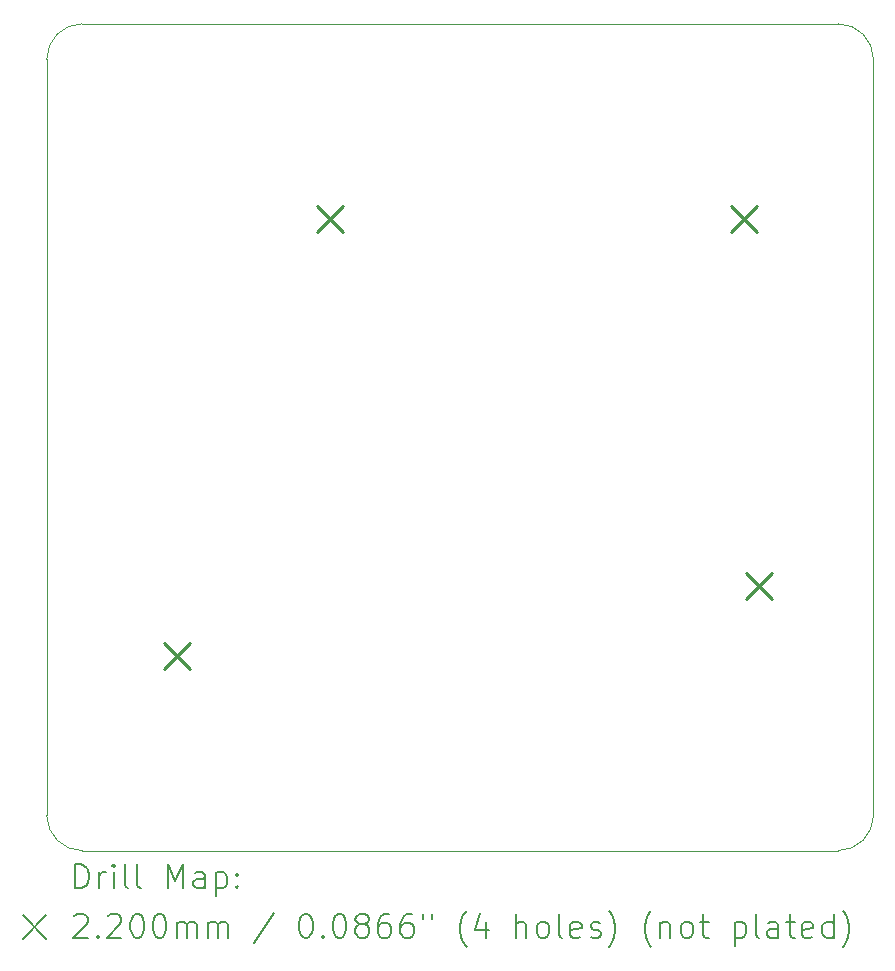
<source format=gbr>
%TF.GenerationSoftware,KiCad,Pcbnew,7.0.1*%
%TF.CreationDate,2023-07-03T18:39:09+02:00*%
%TF.ProjectId,orion_pcb,6f72696f-6e5f-4706-9362-2e6b69636164,4*%
%TF.SameCoordinates,Original*%
%TF.FileFunction,Drillmap*%
%TF.FilePolarity,Positive*%
%FSLAX45Y45*%
G04 Gerber Fmt 4.5, Leading zero omitted, Abs format (unit mm)*
G04 Created by KiCad (PCBNEW 7.0.1) date 2023-07-03 18:39:09*
%MOMM*%
%LPD*%
G01*
G04 APERTURE LIST*
%ADD10C,0.100000*%
%ADD11C,0.200000*%
%ADD12C,0.220000*%
G04 APERTURE END LIST*
D10*
X11500000Y-6800000D02*
X11500000Y-13200000D01*
X18500000Y-6800000D02*
G75*
G03*
X18200000Y-6500000I-300000J0D01*
G01*
X11800000Y-13500000D02*
X18200000Y-13500000D01*
X18500000Y-13200000D02*
X18500000Y-6800000D01*
X11800000Y-6500000D02*
G75*
G03*
X11500000Y-6800000I0J-300000D01*
G01*
X11500000Y-13200000D02*
G75*
G03*
X11800000Y-13500000I300000J0D01*
G01*
X18200000Y-6500000D02*
X11800000Y-6500000D01*
X18200000Y-13500000D02*
G75*
G03*
X18500000Y-13200000I0J300000D01*
G01*
D11*
D12*
X12490000Y-11740000D02*
X12710000Y-11960000D01*
X12710000Y-11740000D02*
X12490000Y-11960000D01*
X13790000Y-8040000D02*
X14010000Y-8260000D01*
X14010000Y-8040000D02*
X13790000Y-8260000D01*
X17290000Y-8040000D02*
X17510000Y-8260000D01*
X17510000Y-8040000D02*
X17290000Y-8260000D01*
X17420000Y-11150000D02*
X17640000Y-11370000D01*
X17640000Y-11150000D02*
X17420000Y-11370000D01*
D11*
X11742619Y-13817524D02*
X11742619Y-13617524D01*
X11742619Y-13617524D02*
X11790238Y-13617524D01*
X11790238Y-13617524D02*
X11818809Y-13627048D01*
X11818809Y-13627048D02*
X11837857Y-13646095D01*
X11837857Y-13646095D02*
X11847381Y-13665143D01*
X11847381Y-13665143D02*
X11856905Y-13703238D01*
X11856905Y-13703238D02*
X11856905Y-13731809D01*
X11856905Y-13731809D02*
X11847381Y-13769905D01*
X11847381Y-13769905D02*
X11837857Y-13788952D01*
X11837857Y-13788952D02*
X11818809Y-13808000D01*
X11818809Y-13808000D02*
X11790238Y-13817524D01*
X11790238Y-13817524D02*
X11742619Y-13817524D01*
X11942619Y-13817524D02*
X11942619Y-13684190D01*
X11942619Y-13722286D02*
X11952143Y-13703238D01*
X11952143Y-13703238D02*
X11961667Y-13693714D01*
X11961667Y-13693714D02*
X11980714Y-13684190D01*
X11980714Y-13684190D02*
X11999762Y-13684190D01*
X12066428Y-13817524D02*
X12066428Y-13684190D01*
X12066428Y-13617524D02*
X12056905Y-13627048D01*
X12056905Y-13627048D02*
X12066428Y-13636571D01*
X12066428Y-13636571D02*
X12075952Y-13627048D01*
X12075952Y-13627048D02*
X12066428Y-13617524D01*
X12066428Y-13617524D02*
X12066428Y-13636571D01*
X12190238Y-13817524D02*
X12171190Y-13808000D01*
X12171190Y-13808000D02*
X12161667Y-13788952D01*
X12161667Y-13788952D02*
X12161667Y-13617524D01*
X12295000Y-13817524D02*
X12275952Y-13808000D01*
X12275952Y-13808000D02*
X12266428Y-13788952D01*
X12266428Y-13788952D02*
X12266428Y-13617524D01*
X12523571Y-13817524D02*
X12523571Y-13617524D01*
X12523571Y-13617524D02*
X12590238Y-13760381D01*
X12590238Y-13760381D02*
X12656905Y-13617524D01*
X12656905Y-13617524D02*
X12656905Y-13817524D01*
X12837857Y-13817524D02*
X12837857Y-13712762D01*
X12837857Y-13712762D02*
X12828333Y-13693714D01*
X12828333Y-13693714D02*
X12809286Y-13684190D01*
X12809286Y-13684190D02*
X12771190Y-13684190D01*
X12771190Y-13684190D02*
X12752143Y-13693714D01*
X12837857Y-13808000D02*
X12818809Y-13817524D01*
X12818809Y-13817524D02*
X12771190Y-13817524D01*
X12771190Y-13817524D02*
X12752143Y-13808000D01*
X12752143Y-13808000D02*
X12742619Y-13788952D01*
X12742619Y-13788952D02*
X12742619Y-13769905D01*
X12742619Y-13769905D02*
X12752143Y-13750857D01*
X12752143Y-13750857D02*
X12771190Y-13741333D01*
X12771190Y-13741333D02*
X12818809Y-13741333D01*
X12818809Y-13741333D02*
X12837857Y-13731809D01*
X12933095Y-13684190D02*
X12933095Y-13884190D01*
X12933095Y-13693714D02*
X12952143Y-13684190D01*
X12952143Y-13684190D02*
X12990238Y-13684190D01*
X12990238Y-13684190D02*
X13009286Y-13693714D01*
X13009286Y-13693714D02*
X13018809Y-13703238D01*
X13018809Y-13703238D02*
X13028333Y-13722286D01*
X13028333Y-13722286D02*
X13028333Y-13779428D01*
X13028333Y-13779428D02*
X13018809Y-13798476D01*
X13018809Y-13798476D02*
X13009286Y-13808000D01*
X13009286Y-13808000D02*
X12990238Y-13817524D01*
X12990238Y-13817524D02*
X12952143Y-13817524D01*
X12952143Y-13817524D02*
X12933095Y-13808000D01*
X13114048Y-13798476D02*
X13123571Y-13808000D01*
X13123571Y-13808000D02*
X13114048Y-13817524D01*
X13114048Y-13817524D02*
X13104524Y-13808000D01*
X13104524Y-13808000D02*
X13114048Y-13798476D01*
X13114048Y-13798476D02*
X13114048Y-13817524D01*
X13114048Y-13693714D02*
X13123571Y-13703238D01*
X13123571Y-13703238D02*
X13114048Y-13712762D01*
X13114048Y-13712762D02*
X13104524Y-13703238D01*
X13104524Y-13703238D02*
X13114048Y-13693714D01*
X13114048Y-13693714D02*
X13114048Y-13712762D01*
X11295000Y-14045000D02*
X11495000Y-14245000D01*
X11495000Y-14045000D02*
X11295000Y-14245000D01*
X11733095Y-14056571D02*
X11742619Y-14047048D01*
X11742619Y-14047048D02*
X11761667Y-14037524D01*
X11761667Y-14037524D02*
X11809286Y-14037524D01*
X11809286Y-14037524D02*
X11828333Y-14047048D01*
X11828333Y-14047048D02*
X11837857Y-14056571D01*
X11837857Y-14056571D02*
X11847381Y-14075619D01*
X11847381Y-14075619D02*
X11847381Y-14094667D01*
X11847381Y-14094667D02*
X11837857Y-14123238D01*
X11837857Y-14123238D02*
X11723571Y-14237524D01*
X11723571Y-14237524D02*
X11847381Y-14237524D01*
X11933095Y-14218476D02*
X11942619Y-14228000D01*
X11942619Y-14228000D02*
X11933095Y-14237524D01*
X11933095Y-14237524D02*
X11923571Y-14228000D01*
X11923571Y-14228000D02*
X11933095Y-14218476D01*
X11933095Y-14218476D02*
X11933095Y-14237524D01*
X12018809Y-14056571D02*
X12028333Y-14047048D01*
X12028333Y-14047048D02*
X12047381Y-14037524D01*
X12047381Y-14037524D02*
X12095000Y-14037524D01*
X12095000Y-14037524D02*
X12114048Y-14047048D01*
X12114048Y-14047048D02*
X12123571Y-14056571D01*
X12123571Y-14056571D02*
X12133095Y-14075619D01*
X12133095Y-14075619D02*
X12133095Y-14094667D01*
X12133095Y-14094667D02*
X12123571Y-14123238D01*
X12123571Y-14123238D02*
X12009286Y-14237524D01*
X12009286Y-14237524D02*
X12133095Y-14237524D01*
X12256905Y-14037524D02*
X12275952Y-14037524D01*
X12275952Y-14037524D02*
X12295000Y-14047048D01*
X12295000Y-14047048D02*
X12304524Y-14056571D01*
X12304524Y-14056571D02*
X12314048Y-14075619D01*
X12314048Y-14075619D02*
X12323571Y-14113714D01*
X12323571Y-14113714D02*
X12323571Y-14161333D01*
X12323571Y-14161333D02*
X12314048Y-14199428D01*
X12314048Y-14199428D02*
X12304524Y-14218476D01*
X12304524Y-14218476D02*
X12295000Y-14228000D01*
X12295000Y-14228000D02*
X12275952Y-14237524D01*
X12275952Y-14237524D02*
X12256905Y-14237524D01*
X12256905Y-14237524D02*
X12237857Y-14228000D01*
X12237857Y-14228000D02*
X12228333Y-14218476D01*
X12228333Y-14218476D02*
X12218809Y-14199428D01*
X12218809Y-14199428D02*
X12209286Y-14161333D01*
X12209286Y-14161333D02*
X12209286Y-14113714D01*
X12209286Y-14113714D02*
X12218809Y-14075619D01*
X12218809Y-14075619D02*
X12228333Y-14056571D01*
X12228333Y-14056571D02*
X12237857Y-14047048D01*
X12237857Y-14047048D02*
X12256905Y-14037524D01*
X12447381Y-14037524D02*
X12466429Y-14037524D01*
X12466429Y-14037524D02*
X12485476Y-14047048D01*
X12485476Y-14047048D02*
X12495000Y-14056571D01*
X12495000Y-14056571D02*
X12504524Y-14075619D01*
X12504524Y-14075619D02*
X12514048Y-14113714D01*
X12514048Y-14113714D02*
X12514048Y-14161333D01*
X12514048Y-14161333D02*
X12504524Y-14199428D01*
X12504524Y-14199428D02*
X12495000Y-14218476D01*
X12495000Y-14218476D02*
X12485476Y-14228000D01*
X12485476Y-14228000D02*
X12466429Y-14237524D01*
X12466429Y-14237524D02*
X12447381Y-14237524D01*
X12447381Y-14237524D02*
X12428333Y-14228000D01*
X12428333Y-14228000D02*
X12418809Y-14218476D01*
X12418809Y-14218476D02*
X12409286Y-14199428D01*
X12409286Y-14199428D02*
X12399762Y-14161333D01*
X12399762Y-14161333D02*
X12399762Y-14113714D01*
X12399762Y-14113714D02*
X12409286Y-14075619D01*
X12409286Y-14075619D02*
X12418809Y-14056571D01*
X12418809Y-14056571D02*
X12428333Y-14047048D01*
X12428333Y-14047048D02*
X12447381Y-14037524D01*
X12599762Y-14237524D02*
X12599762Y-14104190D01*
X12599762Y-14123238D02*
X12609286Y-14113714D01*
X12609286Y-14113714D02*
X12628333Y-14104190D01*
X12628333Y-14104190D02*
X12656905Y-14104190D01*
X12656905Y-14104190D02*
X12675952Y-14113714D01*
X12675952Y-14113714D02*
X12685476Y-14132762D01*
X12685476Y-14132762D02*
X12685476Y-14237524D01*
X12685476Y-14132762D02*
X12695000Y-14113714D01*
X12695000Y-14113714D02*
X12714048Y-14104190D01*
X12714048Y-14104190D02*
X12742619Y-14104190D01*
X12742619Y-14104190D02*
X12761667Y-14113714D01*
X12761667Y-14113714D02*
X12771190Y-14132762D01*
X12771190Y-14132762D02*
X12771190Y-14237524D01*
X12866429Y-14237524D02*
X12866429Y-14104190D01*
X12866429Y-14123238D02*
X12875952Y-14113714D01*
X12875952Y-14113714D02*
X12895000Y-14104190D01*
X12895000Y-14104190D02*
X12923571Y-14104190D01*
X12923571Y-14104190D02*
X12942619Y-14113714D01*
X12942619Y-14113714D02*
X12952143Y-14132762D01*
X12952143Y-14132762D02*
X12952143Y-14237524D01*
X12952143Y-14132762D02*
X12961667Y-14113714D01*
X12961667Y-14113714D02*
X12980714Y-14104190D01*
X12980714Y-14104190D02*
X13009286Y-14104190D01*
X13009286Y-14104190D02*
X13028333Y-14113714D01*
X13028333Y-14113714D02*
X13037857Y-14132762D01*
X13037857Y-14132762D02*
X13037857Y-14237524D01*
X13428333Y-14028000D02*
X13256905Y-14285143D01*
X13685476Y-14037524D02*
X13704524Y-14037524D01*
X13704524Y-14037524D02*
X13723572Y-14047048D01*
X13723572Y-14047048D02*
X13733095Y-14056571D01*
X13733095Y-14056571D02*
X13742619Y-14075619D01*
X13742619Y-14075619D02*
X13752143Y-14113714D01*
X13752143Y-14113714D02*
X13752143Y-14161333D01*
X13752143Y-14161333D02*
X13742619Y-14199428D01*
X13742619Y-14199428D02*
X13733095Y-14218476D01*
X13733095Y-14218476D02*
X13723572Y-14228000D01*
X13723572Y-14228000D02*
X13704524Y-14237524D01*
X13704524Y-14237524D02*
X13685476Y-14237524D01*
X13685476Y-14237524D02*
X13666429Y-14228000D01*
X13666429Y-14228000D02*
X13656905Y-14218476D01*
X13656905Y-14218476D02*
X13647381Y-14199428D01*
X13647381Y-14199428D02*
X13637857Y-14161333D01*
X13637857Y-14161333D02*
X13637857Y-14113714D01*
X13637857Y-14113714D02*
X13647381Y-14075619D01*
X13647381Y-14075619D02*
X13656905Y-14056571D01*
X13656905Y-14056571D02*
X13666429Y-14047048D01*
X13666429Y-14047048D02*
X13685476Y-14037524D01*
X13837857Y-14218476D02*
X13847381Y-14228000D01*
X13847381Y-14228000D02*
X13837857Y-14237524D01*
X13837857Y-14237524D02*
X13828333Y-14228000D01*
X13828333Y-14228000D02*
X13837857Y-14218476D01*
X13837857Y-14218476D02*
X13837857Y-14237524D01*
X13971191Y-14037524D02*
X13990238Y-14037524D01*
X13990238Y-14037524D02*
X14009286Y-14047048D01*
X14009286Y-14047048D02*
X14018810Y-14056571D01*
X14018810Y-14056571D02*
X14028333Y-14075619D01*
X14028333Y-14075619D02*
X14037857Y-14113714D01*
X14037857Y-14113714D02*
X14037857Y-14161333D01*
X14037857Y-14161333D02*
X14028333Y-14199428D01*
X14028333Y-14199428D02*
X14018810Y-14218476D01*
X14018810Y-14218476D02*
X14009286Y-14228000D01*
X14009286Y-14228000D02*
X13990238Y-14237524D01*
X13990238Y-14237524D02*
X13971191Y-14237524D01*
X13971191Y-14237524D02*
X13952143Y-14228000D01*
X13952143Y-14228000D02*
X13942619Y-14218476D01*
X13942619Y-14218476D02*
X13933095Y-14199428D01*
X13933095Y-14199428D02*
X13923572Y-14161333D01*
X13923572Y-14161333D02*
X13923572Y-14113714D01*
X13923572Y-14113714D02*
X13933095Y-14075619D01*
X13933095Y-14075619D02*
X13942619Y-14056571D01*
X13942619Y-14056571D02*
X13952143Y-14047048D01*
X13952143Y-14047048D02*
X13971191Y-14037524D01*
X14152143Y-14123238D02*
X14133095Y-14113714D01*
X14133095Y-14113714D02*
X14123572Y-14104190D01*
X14123572Y-14104190D02*
X14114048Y-14085143D01*
X14114048Y-14085143D02*
X14114048Y-14075619D01*
X14114048Y-14075619D02*
X14123572Y-14056571D01*
X14123572Y-14056571D02*
X14133095Y-14047048D01*
X14133095Y-14047048D02*
X14152143Y-14037524D01*
X14152143Y-14037524D02*
X14190238Y-14037524D01*
X14190238Y-14037524D02*
X14209286Y-14047048D01*
X14209286Y-14047048D02*
X14218810Y-14056571D01*
X14218810Y-14056571D02*
X14228333Y-14075619D01*
X14228333Y-14075619D02*
X14228333Y-14085143D01*
X14228333Y-14085143D02*
X14218810Y-14104190D01*
X14218810Y-14104190D02*
X14209286Y-14113714D01*
X14209286Y-14113714D02*
X14190238Y-14123238D01*
X14190238Y-14123238D02*
X14152143Y-14123238D01*
X14152143Y-14123238D02*
X14133095Y-14132762D01*
X14133095Y-14132762D02*
X14123572Y-14142286D01*
X14123572Y-14142286D02*
X14114048Y-14161333D01*
X14114048Y-14161333D02*
X14114048Y-14199428D01*
X14114048Y-14199428D02*
X14123572Y-14218476D01*
X14123572Y-14218476D02*
X14133095Y-14228000D01*
X14133095Y-14228000D02*
X14152143Y-14237524D01*
X14152143Y-14237524D02*
X14190238Y-14237524D01*
X14190238Y-14237524D02*
X14209286Y-14228000D01*
X14209286Y-14228000D02*
X14218810Y-14218476D01*
X14218810Y-14218476D02*
X14228333Y-14199428D01*
X14228333Y-14199428D02*
X14228333Y-14161333D01*
X14228333Y-14161333D02*
X14218810Y-14142286D01*
X14218810Y-14142286D02*
X14209286Y-14132762D01*
X14209286Y-14132762D02*
X14190238Y-14123238D01*
X14399762Y-14037524D02*
X14361667Y-14037524D01*
X14361667Y-14037524D02*
X14342619Y-14047048D01*
X14342619Y-14047048D02*
X14333095Y-14056571D01*
X14333095Y-14056571D02*
X14314048Y-14085143D01*
X14314048Y-14085143D02*
X14304524Y-14123238D01*
X14304524Y-14123238D02*
X14304524Y-14199428D01*
X14304524Y-14199428D02*
X14314048Y-14218476D01*
X14314048Y-14218476D02*
X14323572Y-14228000D01*
X14323572Y-14228000D02*
X14342619Y-14237524D01*
X14342619Y-14237524D02*
X14380714Y-14237524D01*
X14380714Y-14237524D02*
X14399762Y-14228000D01*
X14399762Y-14228000D02*
X14409286Y-14218476D01*
X14409286Y-14218476D02*
X14418810Y-14199428D01*
X14418810Y-14199428D02*
X14418810Y-14151809D01*
X14418810Y-14151809D02*
X14409286Y-14132762D01*
X14409286Y-14132762D02*
X14399762Y-14123238D01*
X14399762Y-14123238D02*
X14380714Y-14113714D01*
X14380714Y-14113714D02*
X14342619Y-14113714D01*
X14342619Y-14113714D02*
X14323572Y-14123238D01*
X14323572Y-14123238D02*
X14314048Y-14132762D01*
X14314048Y-14132762D02*
X14304524Y-14151809D01*
X14590238Y-14037524D02*
X14552143Y-14037524D01*
X14552143Y-14037524D02*
X14533095Y-14047048D01*
X14533095Y-14047048D02*
X14523572Y-14056571D01*
X14523572Y-14056571D02*
X14504524Y-14085143D01*
X14504524Y-14085143D02*
X14495000Y-14123238D01*
X14495000Y-14123238D02*
X14495000Y-14199428D01*
X14495000Y-14199428D02*
X14504524Y-14218476D01*
X14504524Y-14218476D02*
X14514048Y-14228000D01*
X14514048Y-14228000D02*
X14533095Y-14237524D01*
X14533095Y-14237524D02*
X14571191Y-14237524D01*
X14571191Y-14237524D02*
X14590238Y-14228000D01*
X14590238Y-14228000D02*
X14599762Y-14218476D01*
X14599762Y-14218476D02*
X14609286Y-14199428D01*
X14609286Y-14199428D02*
X14609286Y-14151809D01*
X14609286Y-14151809D02*
X14599762Y-14132762D01*
X14599762Y-14132762D02*
X14590238Y-14123238D01*
X14590238Y-14123238D02*
X14571191Y-14113714D01*
X14571191Y-14113714D02*
X14533095Y-14113714D01*
X14533095Y-14113714D02*
X14514048Y-14123238D01*
X14514048Y-14123238D02*
X14504524Y-14132762D01*
X14504524Y-14132762D02*
X14495000Y-14151809D01*
X14685476Y-14037524D02*
X14685476Y-14075619D01*
X14761667Y-14037524D02*
X14761667Y-14075619D01*
X15056905Y-14313714D02*
X15047381Y-14304190D01*
X15047381Y-14304190D02*
X15028334Y-14275619D01*
X15028334Y-14275619D02*
X15018810Y-14256571D01*
X15018810Y-14256571D02*
X15009286Y-14228000D01*
X15009286Y-14228000D02*
X14999762Y-14180381D01*
X14999762Y-14180381D02*
X14999762Y-14142286D01*
X14999762Y-14142286D02*
X15009286Y-14094667D01*
X15009286Y-14094667D02*
X15018810Y-14066095D01*
X15018810Y-14066095D02*
X15028334Y-14047048D01*
X15028334Y-14047048D02*
X15047381Y-14018476D01*
X15047381Y-14018476D02*
X15056905Y-14008952D01*
X15218810Y-14104190D02*
X15218810Y-14237524D01*
X15171191Y-14028000D02*
X15123572Y-14170857D01*
X15123572Y-14170857D02*
X15247381Y-14170857D01*
X15475953Y-14237524D02*
X15475953Y-14037524D01*
X15561667Y-14237524D02*
X15561667Y-14132762D01*
X15561667Y-14132762D02*
X15552143Y-14113714D01*
X15552143Y-14113714D02*
X15533096Y-14104190D01*
X15533096Y-14104190D02*
X15504524Y-14104190D01*
X15504524Y-14104190D02*
X15485476Y-14113714D01*
X15485476Y-14113714D02*
X15475953Y-14123238D01*
X15685476Y-14237524D02*
X15666429Y-14228000D01*
X15666429Y-14228000D02*
X15656905Y-14218476D01*
X15656905Y-14218476D02*
X15647381Y-14199428D01*
X15647381Y-14199428D02*
X15647381Y-14142286D01*
X15647381Y-14142286D02*
X15656905Y-14123238D01*
X15656905Y-14123238D02*
X15666429Y-14113714D01*
X15666429Y-14113714D02*
X15685476Y-14104190D01*
X15685476Y-14104190D02*
X15714048Y-14104190D01*
X15714048Y-14104190D02*
X15733096Y-14113714D01*
X15733096Y-14113714D02*
X15742619Y-14123238D01*
X15742619Y-14123238D02*
X15752143Y-14142286D01*
X15752143Y-14142286D02*
X15752143Y-14199428D01*
X15752143Y-14199428D02*
X15742619Y-14218476D01*
X15742619Y-14218476D02*
X15733096Y-14228000D01*
X15733096Y-14228000D02*
X15714048Y-14237524D01*
X15714048Y-14237524D02*
X15685476Y-14237524D01*
X15866429Y-14237524D02*
X15847381Y-14228000D01*
X15847381Y-14228000D02*
X15837857Y-14208952D01*
X15837857Y-14208952D02*
X15837857Y-14037524D01*
X16018810Y-14228000D02*
X15999762Y-14237524D01*
X15999762Y-14237524D02*
X15961667Y-14237524D01*
X15961667Y-14237524D02*
X15942619Y-14228000D01*
X15942619Y-14228000D02*
X15933096Y-14208952D01*
X15933096Y-14208952D02*
X15933096Y-14132762D01*
X15933096Y-14132762D02*
X15942619Y-14113714D01*
X15942619Y-14113714D02*
X15961667Y-14104190D01*
X15961667Y-14104190D02*
X15999762Y-14104190D01*
X15999762Y-14104190D02*
X16018810Y-14113714D01*
X16018810Y-14113714D02*
X16028334Y-14132762D01*
X16028334Y-14132762D02*
X16028334Y-14151809D01*
X16028334Y-14151809D02*
X15933096Y-14170857D01*
X16104524Y-14228000D02*
X16123572Y-14237524D01*
X16123572Y-14237524D02*
X16161667Y-14237524D01*
X16161667Y-14237524D02*
X16180715Y-14228000D01*
X16180715Y-14228000D02*
X16190238Y-14208952D01*
X16190238Y-14208952D02*
X16190238Y-14199428D01*
X16190238Y-14199428D02*
X16180715Y-14180381D01*
X16180715Y-14180381D02*
X16161667Y-14170857D01*
X16161667Y-14170857D02*
X16133096Y-14170857D01*
X16133096Y-14170857D02*
X16114048Y-14161333D01*
X16114048Y-14161333D02*
X16104524Y-14142286D01*
X16104524Y-14142286D02*
X16104524Y-14132762D01*
X16104524Y-14132762D02*
X16114048Y-14113714D01*
X16114048Y-14113714D02*
X16133096Y-14104190D01*
X16133096Y-14104190D02*
X16161667Y-14104190D01*
X16161667Y-14104190D02*
X16180715Y-14113714D01*
X16256905Y-14313714D02*
X16266429Y-14304190D01*
X16266429Y-14304190D02*
X16285477Y-14275619D01*
X16285477Y-14275619D02*
X16295000Y-14256571D01*
X16295000Y-14256571D02*
X16304524Y-14228000D01*
X16304524Y-14228000D02*
X16314048Y-14180381D01*
X16314048Y-14180381D02*
X16314048Y-14142286D01*
X16314048Y-14142286D02*
X16304524Y-14094667D01*
X16304524Y-14094667D02*
X16295000Y-14066095D01*
X16295000Y-14066095D02*
X16285477Y-14047048D01*
X16285477Y-14047048D02*
X16266429Y-14018476D01*
X16266429Y-14018476D02*
X16256905Y-14008952D01*
X16618810Y-14313714D02*
X16609286Y-14304190D01*
X16609286Y-14304190D02*
X16590238Y-14275619D01*
X16590238Y-14275619D02*
X16580715Y-14256571D01*
X16580715Y-14256571D02*
X16571191Y-14228000D01*
X16571191Y-14228000D02*
X16561667Y-14180381D01*
X16561667Y-14180381D02*
X16561667Y-14142286D01*
X16561667Y-14142286D02*
X16571191Y-14094667D01*
X16571191Y-14094667D02*
X16580715Y-14066095D01*
X16580715Y-14066095D02*
X16590238Y-14047048D01*
X16590238Y-14047048D02*
X16609286Y-14018476D01*
X16609286Y-14018476D02*
X16618810Y-14008952D01*
X16695000Y-14104190D02*
X16695000Y-14237524D01*
X16695000Y-14123238D02*
X16704524Y-14113714D01*
X16704524Y-14113714D02*
X16723572Y-14104190D01*
X16723572Y-14104190D02*
X16752143Y-14104190D01*
X16752143Y-14104190D02*
X16771191Y-14113714D01*
X16771191Y-14113714D02*
X16780715Y-14132762D01*
X16780715Y-14132762D02*
X16780715Y-14237524D01*
X16904524Y-14237524D02*
X16885477Y-14228000D01*
X16885477Y-14228000D02*
X16875953Y-14218476D01*
X16875953Y-14218476D02*
X16866429Y-14199428D01*
X16866429Y-14199428D02*
X16866429Y-14142286D01*
X16866429Y-14142286D02*
X16875953Y-14123238D01*
X16875953Y-14123238D02*
X16885477Y-14113714D01*
X16885477Y-14113714D02*
X16904524Y-14104190D01*
X16904524Y-14104190D02*
X16933096Y-14104190D01*
X16933096Y-14104190D02*
X16952143Y-14113714D01*
X16952143Y-14113714D02*
X16961667Y-14123238D01*
X16961667Y-14123238D02*
X16971191Y-14142286D01*
X16971191Y-14142286D02*
X16971191Y-14199428D01*
X16971191Y-14199428D02*
X16961667Y-14218476D01*
X16961667Y-14218476D02*
X16952143Y-14228000D01*
X16952143Y-14228000D02*
X16933096Y-14237524D01*
X16933096Y-14237524D02*
X16904524Y-14237524D01*
X17028334Y-14104190D02*
X17104524Y-14104190D01*
X17056905Y-14037524D02*
X17056905Y-14208952D01*
X17056905Y-14208952D02*
X17066429Y-14228000D01*
X17066429Y-14228000D02*
X17085477Y-14237524D01*
X17085477Y-14237524D02*
X17104524Y-14237524D01*
X17323572Y-14104190D02*
X17323572Y-14304190D01*
X17323572Y-14113714D02*
X17342620Y-14104190D01*
X17342620Y-14104190D02*
X17380715Y-14104190D01*
X17380715Y-14104190D02*
X17399762Y-14113714D01*
X17399762Y-14113714D02*
X17409286Y-14123238D01*
X17409286Y-14123238D02*
X17418810Y-14142286D01*
X17418810Y-14142286D02*
X17418810Y-14199428D01*
X17418810Y-14199428D02*
X17409286Y-14218476D01*
X17409286Y-14218476D02*
X17399762Y-14228000D01*
X17399762Y-14228000D02*
X17380715Y-14237524D01*
X17380715Y-14237524D02*
X17342620Y-14237524D01*
X17342620Y-14237524D02*
X17323572Y-14228000D01*
X17533096Y-14237524D02*
X17514048Y-14228000D01*
X17514048Y-14228000D02*
X17504524Y-14208952D01*
X17504524Y-14208952D02*
X17504524Y-14037524D01*
X17695001Y-14237524D02*
X17695001Y-14132762D01*
X17695001Y-14132762D02*
X17685477Y-14113714D01*
X17685477Y-14113714D02*
X17666429Y-14104190D01*
X17666429Y-14104190D02*
X17628334Y-14104190D01*
X17628334Y-14104190D02*
X17609286Y-14113714D01*
X17695001Y-14228000D02*
X17675953Y-14237524D01*
X17675953Y-14237524D02*
X17628334Y-14237524D01*
X17628334Y-14237524D02*
X17609286Y-14228000D01*
X17609286Y-14228000D02*
X17599762Y-14208952D01*
X17599762Y-14208952D02*
X17599762Y-14189905D01*
X17599762Y-14189905D02*
X17609286Y-14170857D01*
X17609286Y-14170857D02*
X17628334Y-14161333D01*
X17628334Y-14161333D02*
X17675953Y-14161333D01*
X17675953Y-14161333D02*
X17695001Y-14151809D01*
X17761667Y-14104190D02*
X17837858Y-14104190D01*
X17790239Y-14037524D02*
X17790239Y-14208952D01*
X17790239Y-14208952D02*
X17799762Y-14228000D01*
X17799762Y-14228000D02*
X17818810Y-14237524D01*
X17818810Y-14237524D02*
X17837858Y-14237524D01*
X17980715Y-14228000D02*
X17961667Y-14237524D01*
X17961667Y-14237524D02*
X17923572Y-14237524D01*
X17923572Y-14237524D02*
X17904524Y-14228000D01*
X17904524Y-14228000D02*
X17895001Y-14208952D01*
X17895001Y-14208952D02*
X17895001Y-14132762D01*
X17895001Y-14132762D02*
X17904524Y-14113714D01*
X17904524Y-14113714D02*
X17923572Y-14104190D01*
X17923572Y-14104190D02*
X17961667Y-14104190D01*
X17961667Y-14104190D02*
X17980715Y-14113714D01*
X17980715Y-14113714D02*
X17990239Y-14132762D01*
X17990239Y-14132762D02*
X17990239Y-14151809D01*
X17990239Y-14151809D02*
X17895001Y-14170857D01*
X18161667Y-14237524D02*
X18161667Y-14037524D01*
X18161667Y-14228000D02*
X18142620Y-14237524D01*
X18142620Y-14237524D02*
X18104524Y-14237524D01*
X18104524Y-14237524D02*
X18085477Y-14228000D01*
X18085477Y-14228000D02*
X18075953Y-14218476D01*
X18075953Y-14218476D02*
X18066429Y-14199428D01*
X18066429Y-14199428D02*
X18066429Y-14142286D01*
X18066429Y-14142286D02*
X18075953Y-14123238D01*
X18075953Y-14123238D02*
X18085477Y-14113714D01*
X18085477Y-14113714D02*
X18104524Y-14104190D01*
X18104524Y-14104190D02*
X18142620Y-14104190D01*
X18142620Y-14104190D02*
X18161667Y-14113714D01*
X18237858Y-14313714D02*
X18247382Y-14304190D01*
X18247382Y-14304190D02*
X18266429Y-14275619D01*
X18266429Y-14275619D02*
X18275953Y-14256571D01*
X18275953Y-14256571D02*
X18285477Y-14228000D01*
X18285477Y-14228000D02*
X18295001Y-14180381D01*
X18295001Y-14180381D02*
X18295001Y-14142286D01*
X18295001Y-14142286D02*
X18285477Y-14094667D01*
X18285477Y-14094667D02*
X18275953Y-14066095D01*
X18275953Y-14066095D02*
X18266429Y-14047048D01*
X18266429Y-14047048D02*
X18247382Y-14018476D01*
X18247382Y-14018476D02*
X18237858Y-14008952D01*
M02*

</source>
